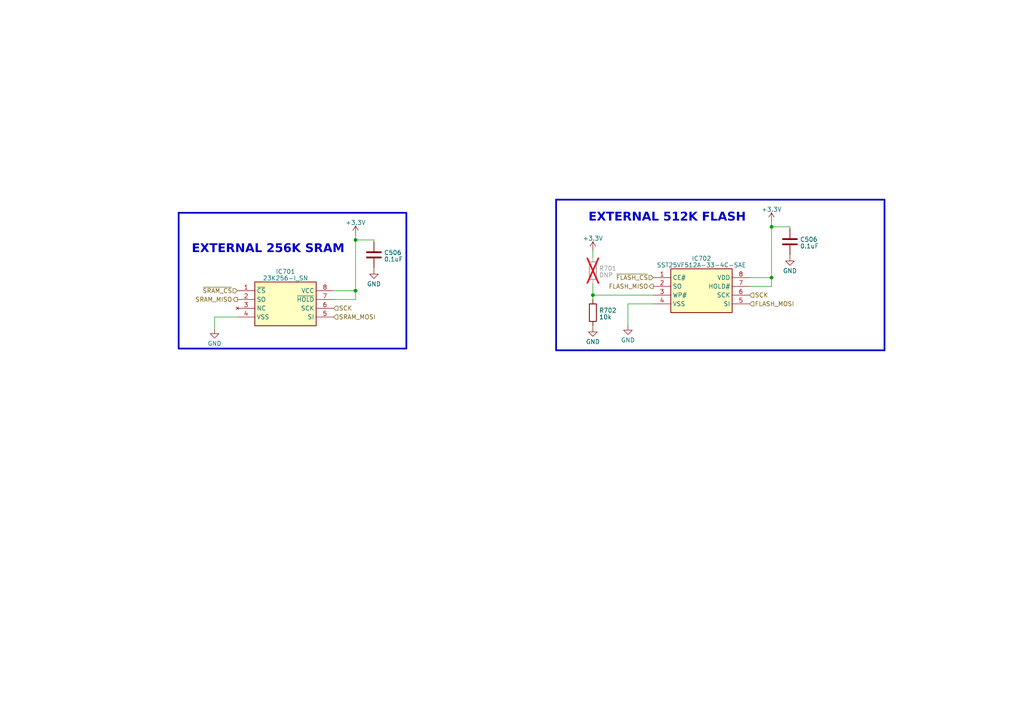
<source format=kicad_sch>
(kicad_sch (version 20230121) (generator eeschema)
  (paper "A4")
  (title_block (company "By: Atharva Kulkarni"))
  (lib_symbols
    (symbol "Device:C" (pin_numbers hide) (pin_names (offset 0.254))
      (property "Reference" "C" (at 0.635 2.54 0))
      (property "Value" "C" (at 0.635 -2.54 0))
      (symbol "C_0_1"
        (polyline (pts (xy -2.032 -0.762) (xy 2.032 -0.762)) (stroke (width 0.508)))
        (polyline (pts (xy -2.032 0.762) (xy 2.032 0.762)) (stroke (width 0.508)))
      )
      (symbol "C_1_1"
        (pin passive line (at 0 3.81 270) (length 2.794) (name "~") (number "1"))
        (pin passive line (at 0 -3.81 90) (length 2.794) (name "~") (number "2"))
      )
    )
    (symbol "Device:R" (pin_numbers hide) (pin_names (offset 0))
      (property "Reference" "R" (at 2.032 0 90))
      (property "Value" "R" (at 0 0 90))
      (symbol "R_0_1"
        (rectangle (start -1.016 -2.54) (end 1.016 2.54) (stroke (width 0.254)))
      )
      (symbol "R_1_1"
        (pin passive line (at 0 3.81 270) (length 1.27) (name "~") (number "1"))
        (pin passive line (at 0 -3.81 90) (length 1.27) (name "~") (number "2"))
      )
    )
    (symbol "SamacSys_Parts:23K256-I_SN"
      (property "Reference" "IC" (at 24.13 7.62 0))
      (property "Value" "23K256-I_SN" (at 24.13 5.08 0))
      (symbol "23K256-I_SN_1_1"
        (rectangle (start 5.08 2.54) (end 22.86 -10.16) (stroke (width 0.254)) (fill (type background)))
        (pin passive line (at 0 0 0) (length 5.08) (name "~{CS}") (number "1"))
        (pin passive line (at 0 -2.54 0) (length 5.08) (name "SO") (number "2"))
        (pin no_connect line (at 0 -5.08 0) (length 5.08) (name "NC") (number "3"))
        (pin passive line (at 0 -7.62 0) (length 5.08) (name "VSS") (number "4"))
        (pin passive line (at 27.94 -7.62 180) (length 5.08) (name "SI") (number "5"))
        (pin passive line (at 27.94 -5.08 180) (length 5.08) (name "SCK") (number "6"))
        (pin passive line (at 27.94 -2.54 180) (length 5.08) (name "~{HOLD}") (number "7"))
        (pin passive line (at 27.94 0 180) (length 5.08) (name "VCC") (number "8"))
      )
    )
    (symbol "SamacSys_Parts:SST25VF512A-33-4C-SAE"
      (property "Reference" "IC" (at 24.13 7.62 0))
      (property "Value" "SST25VF512A-33-4C-SAE" (at 24.13 5.08 0))
      (symbol "SST25VF512A-33-4C-SAE_1_1"
        (rectangle (start 5.08 2.54) (end 22.86 -10.16) (stroke (width 0.254)) (fill (type background)))
        (pin passive line (at 0 0 0) (length 5.08) (name "CE#") (number "1"))
        (pin passive line (at 0 -2.54 0) (length 5.08) (name "SO") (number "2"))
        (pin passive line (at 0 -5.08 0) (length 5.08) (name "WP#") (number "3"))
        (pin passive line (at 0 -7.62 0) (length 5.08) (name "VSS") (number "4"))
        (pin passive line (at 27.94 -7.62 180) (length 5.08) (name "SI") (number "5"))
        (pin passive line (at 27.94 -5.08 180) (length 5.08) (name "SCK") (number "6"))
        (pin passive line (at 27.94 -2.54 180) (length 5.08) (name "HOLD#") (number "7"))
        (pin passive line (at 27.94 0 180) (length 5.08) (name "VDD") (number "8"))
      )
    )
    (symbol "power:+3.3V" (power) (pin_names (offset 0))
      (property "Value" "+3.3V" (at 0 3.556 0))
      (symbol "+3.3V_0_1"
        (polyline (pts (xy -0.762 1.27) (xy 0 2.54)))
        (polyline (pts (xy 0 0) (xy 0 2.54)))
        (polyline (pts (xy 0 2.54) (xy 0.762 1.27)))
      )
      (symbol "+3.3V_1_1"
        (pin power_in line (at 0 0 90) (length 0) hide (name "+3.3V") (number "1"))
      )
    )
    (symbol "power:GND" (power) (pin_names (offset 0))
      (property "Value" "GND" (at 0 -3.81 0))
      (symbol "GND_0_1"
        (polyline (pts (xy 0 0) (xy 0 -1.27) (xy 1.27 -1.27) (xy 0 -2.54) (xy -1.27 -1.27) (xy 0 -1.27)))
      )
      (symbol "GND_1_1"
        (pin power_in line (at 0 0 270) (length 0) hide (name "GND") (number "1"))
      )
    )
  )
  (junction (at 103.124 84.328))
  (junction (at 171.958 85.598))
  (junction (at 103.124 69.596))
  (junction (at 223.774 65.786))
  (junction (at 223.774 80.518))
  (wire (pts (xy 229.108 73.914) (xy 229.108 74.422)))
  (wire (pts (xy 171.958 82.296) (xy 171.958 85.598)))
  (wire (pts (xy 217.424 83.058) (xy 223.774 83.058)))
  (wire (pts (xy 223.774 65.786) (xy 223.774 64.262)))
  (wire (pts (xy 108.458 69.596) (xy 108.458 70.104)))
  (wire (pts (xy 103.124 86.868) (xy 103.124 84.328)))
  (wire (pts (xy 223.774 65.786) (xy 223.774 80.518)))
  (wire (pts (xy 229.108 65.786) (xy 229.108 66.294)))
  (wire (pts (xy 96.774 86.868) (xy 103.124 86.868)))
  (wire (pts (xy 223.774 65.786) (xy 229.108 65.786)))
  (wire (pts (xy 103.124 69.596) (xy 108.458 69.596)))
  (wire (pts (xy 103.124 69.596) (xy 103.124 68.072)))
  (wire (pts (xy 68.834 91.948) (xy 62.23 91.948)))
  (wire (pts (xy 171.958 94.488) (xy 171.958 94.996)))
  (wire (pts (xy 103.124 69.596) (xy 103.124 84.328)))
  (wire (pts (xy 217.424 80.518) (xy 223.774 80.518)))
  (wire (pts (xy 182.118 88.138) (xy 182.118 94.488)))
  (wire (pts (xy 96.774 84.328) (xy 103.124 84.328)))
  (wire (pts (xy 189.484 85.598) (xy 171.958 85.598)))
  (wire (pts (xy 108.458 77.724) (xy 108.458 78.232)))
  (wire (pts (xy 223.774 83.058) (xy 223.774 80.518)))
  (wire (pts (xy 62.23 91.948) (xy 62.23 95.504)))
  (wire (pts (xy 171.958 85.598) (xy 171.958 86.868)))
  (wire (pts (xy 171.958 72.644) (xy 171.958 74.676)))
  (wire (pts (xy 189.484 88.138) (xy 182.118 88.138)))
  (rectangle (start 51.816 61.722) (end 117.856 101.092) (stroke (width 0.5)))
  (rectangle (start 161.29 57.912) (end 256.54 101.6) (stroke (width 0.5)))
  (text "EXTERNAL 256K SRAM" (at 55.626 74.422 0) (effects (font (size 2.5 2.5) bold) (justify left bottom)))
  (text "EXTERNAL 512K FLASH" (at 170.688 65.278 0) (effects (font (size 2.5 2.5) bold) (justify left bottom)))
  (hierarchical_label "SRAM_MISO" (shape output) (at 68.834 86.868 180))
  (hierarchical_label "SCK" (shape input) (at 217.424 85.598 0))
  (hierarchical_label "FLASH_MOSI" (shape input) (at 217.424 88.138 0))
  (hierarchical_label "SCK" (shape input) (at 96.774 89.408 0))
  (hierarchical_label "~{FLASH_CS}" (shape input) (at 189.484 80.518 180))
  (hierarchical_label "SRAM_MOSI" (shape input) (at 96.774 91.948 0))
  (hierarchical_label "~{SRAM_CS}" (shape input) (at 68.834 84.328 180))
  (hierarchical_label "FLASH_MISO" (shape output) (at 189.484 83.058 180))
  (symbol (lib_id "SamacSys_Parts:23K256-I_SN") (at 68.834 84.328 0) (unit 1)
    (property "Reference" "IC701" (at 82.804 78.7781 0))
    (property "Value" "23K256-I_SN" (at 82.804 80.6991 0))
    (property "Footprint" "SamacSys_Parts:SOIC127P600X175-8N" (effects hide))
    (property "Datasheet" "http://ww1.microchip.com/downloads/en/DeviceDoc/22100F.pdf" (effects hide))
    (property "Height" "1.75" (effects hide))
    (property "Manufacturer_Name" "Microchip" (effects hide))
    (property "Manufacturer_Part_Number" "23K256-I/SN" (effects hide))
    (property "Mouser Part Number" "579-23K256-I/SN" (effects hide))
    (property "Mouser Price/Stock" "https://www.mouser.co.uk/ProductDetail/Microchip-Technology-Atmel/23K256-I-SN?qs=WqWCsLCZBkrL%2FxNXs4sycg%3D%3D" (effects hide))
    (property "Arrow Part Number" "23K256-I/SN" (effects hide))
    (property "Arrow Price/Stock" "https://www.arrow.com/en/products/23k256-isn/microchip-technology" (effects hide))
  )
  (symbol (lib_id "power:GND") (at 229.108 74.422 0) (unit 1)
    (property "Reference" "#PWR0705" (effects hide))
    (property "Value" "GND" (at 229.108 78.5575 0))
  )
  (symbol (lib_id "Device:R") (at 171.958 90.678 0) (unit 1)
    (property "Reference" "R702" (at 173.736 90.0343 0) (effects (justify left)))
    (property "Value" "10k" (at 173.736 91.9553 0) (effects (justify left)))
    (property "Footprint" "Resistor_SMD:R_0603_1608Metric_Pad0.98x0.95mm_HandSolder" (effects hide))
  )
  (symbol (lib_id "power:+3.3V") (at 223.774 64.262 0) (unit 1)
    (property "Reference" "#PWR0704" (effects hide))
    (property "Value" "+3.3V" (at 223.774 60.7601 0))
  )
  (symbol (lib_id "power:GND") (at 62.23 95.504 0) (unit 1)
    (property "Reference" "#PWR0701" (effects hide))
    (property "Value" "GND" (at 62.23 99.6395 0))
  )
  (symbol (lib_id "power:+3.3V") (at 171.958 72.644 0) (unit 1)
    (property "Reference" "#PWR0708" (effects hide))
    (property "Value" "+3.3V" (at 171.958 69.1421 0))
  )
  (symbol (lib_id "SamacSys_Parts:SST25VF512A-33-4C-SAE") (at 189.484 80.518 0) (unit 1)
    (property "Reference" "IC702" (at 203.454 74.9681 0))
    (property "Value" "SST25VF512A-33-4C-SAE" (at 203.454 76.8891 0))
    (property "Footprint" "SamacSys_Parts:SOIC127P600X175-8N" (effects hide))
    (property "Datasheet" "http://ww1.microchip.com/downloads/en/DeviceDoc/25090A.pdf" (effects hide))
    (property "Height" "1.75" (effects hide))
    (property "Manufacturer_Name" "Microchip" (effects hide))
    (property "Manufacturer_Part_Number" "SST25VF512A-33-4C-SAE" (effects hide))
    (property "Mouser Part Number" "804-25VF512A3CSAE" (effects hide))
    (property "Mouser Price/Stock" "https://www.mouser.co.uk/ProductDetail/Microchip-Technology/SST25VF512A-33-4C-SAE?qs=sPPKN8MmjErx4W822Eh6pg%3D%3D" (effects hide))
    (property "Arrow Part Number" "SST25VF512A-33-4C-SAE" (effects hide))
    (property "Arrow Price/Stock" "https://www.arrow.com/en/products/sst25vf512a-33-4c-sae/microchip-technology?region=nac" (effects hide))
  )
  (symbol (lib_id "Device:R") (at 171.958 78.486 0) (unit 1) (dnp yes)
    (property "Reference" "R701" (at 173.736 77.8423 0) (effects (justify left)))
    (property "Value" "DNP" (at 173.736 79.7633 0) (effects (justify left)))
    (property "Footprint" "Resistor_SMD:R_0603_1608Metric_Pad0.98x0.95mm_HandSolder" (effects hide))
  )
  (symbol (lib_id "power:GND") (at 108.458 78.232 0) (unit 1)
    (property "Reference" "#PWR0703" (effects hide))
    (property "Value" "GND" (at 108.458 82.3675 0))
  )
  (symbol (lib_id "Device:C") (at 229.108 70.104 0) (unit 1)
    (property "Reference" "C506" (at 232.029 69.4603 0) (effects (justify left)))
    (property "Value" "0.1uF" (at 232.029 71.3813 0) (effects (justify left)))
    (property "Footprint" "Capacitor_SMD:C_0603_1608Metric_Pad1.08x0.95mm_HandSolder" (effects hide))
    (instances (project "RF" (path "" (reference "C506") (unit 1)) (path "" (reference "C702") (unit 1))))
  )
  (symbol (lib_id "Device:C") (at 108.458 73.914 0) (unit 1)
    (property "Reference" "C506" (at 111.379 73.2703 0) (effects (justify left)))
    (property "Value" "0.1uF" (at 111.379 75.1913 0) (effects (justify left)))
    (property "Footprint" "Capacitor_SMD:C_0603_1608Metric_Pad1.08x0.95mm_HandSolder" (effects hide))
    (instances (project "RF" (path "" (reference "C506") (unit 1)) (path "" (reference "C701") (unit 1))))
  )
  (symbol (lib_id "power:+3.3V") (at 103.124 68.072 0) (unit 1)
    (property "Reference" "#PWR0702" (effects hide))
    (property "Value" "+3.3V" (at 103.124 64.5701 0))
  )
  (symbol (lib_id "power:GND") (at 182.118 94.488 0) (unit 1)
    (property "Reference" "#PWR0706" (effects hide))
    (property "Value" "GND" (at 182.118 98.6235 0))
  )
  (symbol (lib_id "power:GND") (at 171.958 94.996 0) (unit 1)
    (property "Reference" "#PWR0707" (effects hide))
    (property "Value" "GND" (at 171.958 99.1315 0))
  )
)
</source>
